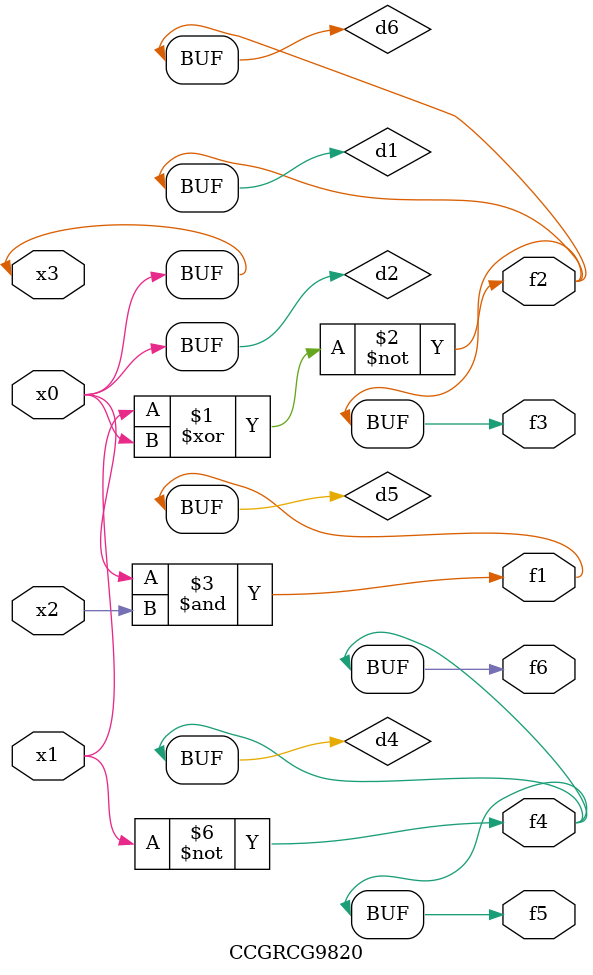
<source format=v>
module CCGRCG9820(
	input x0, x1, x2, x3,
	output f1, f2, f3, f4, f5, f6
);

	wire d1, d2, d3, d4, d5, d6;

	xnor (d1, x1, x3);
	buf (d2, x0, x3);
	nand (d3, x0, x2);
	not (d4, x1);
	nand (d5, d3);
	or (d6, d1);
	assign f1 = d5;
	assign f2 = d6;
	assign f3 = d6;
	assign f4 = d4;
	assign f5 = d4;
	assign f6 = d4;
endmodule

</source>
